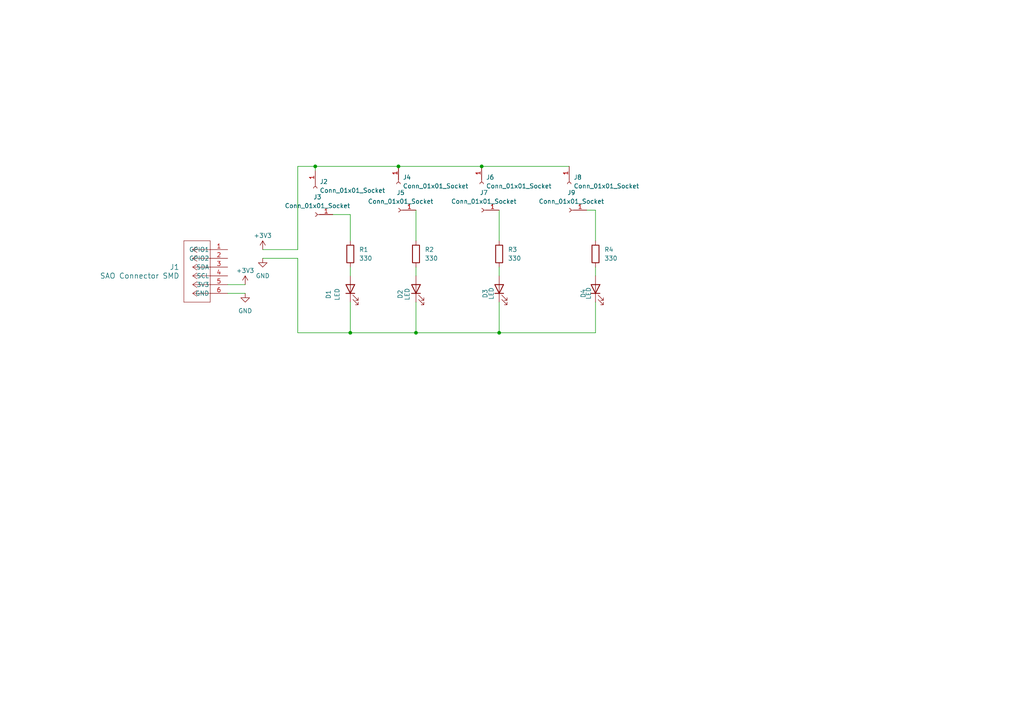
<source format=kicad_sch>
(kicad_sch
	(version 20231120)
	(generator "eeschema")
	(generator_version "8.0")
	(uuid "064ccef9-a1e3-4357-a9e0-4c8e3111dbb8")
	(paper "A4")
	(lib_symbols
		(symbol "Connector:Conn_01x01_Socket"
			(pin_names
				(offset 1.016) hide)
			(exclude_from_sim no)
			(in_bom yes)
			(on_board yes)
			(property "Reference" "J"
				(at 0 2.54 0)
				(effects
					(font
						(size 1.27 1.27)
					)
				)
			)
			(property "Value" "Conn_01x01_Socket"
				(at 0 -2.54 0)
				(effects
					(font
						(size 1.27 1.27)
					)
				)
			)
			(property "Footprint" ""
				(at 0 0 0)
				(effects
					(font
						(size 1.27 1.27)
					)
					(hide yes)
				)
			)
			(property "Datasheet" "~"
				(at 0 0 0)
				(effects
					(font
						(size 1.27 1.27)
					)
					(hide yes)
				)
			)
			(property "Description" "Generic connector, single row, 01x01, script generated"
				(at 0 0 0)
				(effects
					(font
						(size 1.27 1.27)
					)
					(hide yes)
				)
			)
			(property "ki_locked" ""
				(at 0 0 0)
				(effects
					(font
						(size 1.27 1.27)
					)
				)
			)
			(property "ki_keywords" "connector"
				(at 0 0 0)
				(effects
					(font
						(size 1.27 1.27)
					)
					(hide yes)
				)
			)
			(property "ki_fp_filters" "Connector*:*_1x??_*"
				(at 0 0 0)
				(effects
					(font
						(size 1.27 1.27)
					)
					(hide yes)
				)
			)
			(symbol "Conn_01x01_Socket_1_1"
				(polyline
					(pts
						(xy -1.27 0) (xy -0.508 0)
					)
					(stroke
						(width 0.1524)
						(type default)
					)
					(fill
						(type none)
					)
				)
				(arc
					(start 0 0.508)
					(mid -0.5058 0)
					(end 0 -0.508)
					(stroke
						(width 0.1524)
						(type default)
					)
					(fill
						(type none)
					)
				)
				(pin passive line
					(at -5.08 0 0)
					(length 3.81)
					(name "Pin_1"
						(effects
							(font
								(size 1.27 1.27)
							)
						)
					)
					(number "1"
						(effects
							(font
								(size 1.27 1.27)
							)
						)
					)
				)
			)
		)
		(symbol "Device:LED"
			(pin_numbers hide)
			(pin_names
				(offset 1.016) hide)
			(exclude_from_sim no)
			(in_bom yes)
			(on_board yes)
			(property "Reference" "D"
				(at 0 2.54 0)
				(effects
					(font
						(size 1.27 1.27)
					)
				)
			)
			(property "Value" "LED"
				(at 0 -2.54 0)
				(effects
					(font
						(size 1.27 1.27)
					)
				)
			)
			(property "Footprint" ""
				(at 0 0 0)
				(effects
					(font
						(size 1.27 1.27)
					)
					(hide yes)
				)
			)
			(property "Datasheet" "~"
				(at 0 0 0)
				(effects
					(font
						(size 1.27 1.27)
					)
					(hide yes)
				)
			)
			(property "Description" "Light emitting diode"
				(at 0 0 0)
				(effects
					(font
						(size 1.27 1.27)
					)
					(hide yes)
				)
			)
			(property "ki_keywords" "LED diode"
				(at 0 0 0)
				(effects
					(font
						(size 1.27 1.27)
					)
					(hide yes)
				)
			)
			(property "ki_fp_filters" "LED* LED_SMD:* LED_THT:*"
				(at 0 0 0)
				(effects
					(font
						(size 1.27 1.27)
					)
					(hide yes)
				)
			)
			(symbol "LED_0_1"
				(polyline
					(pts
						(xy -1.27 -1.27) (xy -1.27 1.27)
					)
					(stroke
						(width 0.254)
						(type default)
					)
					(fill
						(type none)
					)
				)
				(polyline
					(pts
						(xy -1.27 0) (xy 1.27 0)
					)
					(stroke
						(width 0)
						(type default)
					)
					(fill
						(type none)
					)
				)
				(polyline
					(pts
						(xy 1.27 -1.27) (xy 1.27 1.27) (xy -1.27 0) (xy 1.27 -1.27)
					)
					(stroke
						(width 0.254)
						(type default)
					)
					(fill
						(type none)
					)
				)
				(polyline
					(pts
						(xy -3.048 -0.762) (xy -4.572 -2.286) (xy -3.81 -2.286) (xy -4.572 -2.286) (xy -4.572 -1.524)
					)
					(stroke
						(width 0)
						(type default)
					)
					(fill
						(type none)
					)
				)
				(polyline
					(pts
						(xy -1.778 -0.762) (xy -3.302 -2.286) (xy -2.54 -2.286) (xy -3.302 -2.286) (xy -3.302 -1.524)
					)
					(stroke
						(width 0)
						(type default)
					)
					(fill
						(type none)
					)
				)
			)
			(symbol "LED_1_1"
				(pin passive line
					(at -3.81 0 0)
					(length 2.54)
					(name "K"
						(effects
							(font
								(size 1.27 1.27)
							)
						)
					)
					(number "1"
						(effects
							(font
								(size 1.27 1.27)
							)
						)
					)
				)
				(pin passive line
					(at 3.81 0 180)
					(length 2.54)
					(name "A"
						(effects
							(font
								(size 1.27 1.27)
							)
						)
					)
					(number "2"
						(effects
							(font
								(size 1.27 1.27)
							)
						)
					)
				)
			)
		)
		(symbol "Device:R"
			(pin_numbers hide)
			(pin_names
				(offset 0)
			)
			(exclude_from_sim no)
			(in_bom yes)
			(on_board yes)
			(property "Reference" "R"
				(at 2.032 0 90)
				(effects
					(font
						(size 1.27 1.27)
					)
				)
			)
			(property "Value" "R"
				(at 0 0 90)
				(effects
					(font
						(size 1.27 1.27)
					)
				)
			)
			(property "Footprint" ""
				(at -1.778 0 90)
				(effects
					(font
						(size 1.27 1.27)
					)
					(hide yes)
				)
			)
			(property "Datasheet" "~"
				(at 0 0 0)
				(effects
					(font
						(size 1.27 1.27)
					)
					(hide yes)
				)
			)
			(property "Description" "Resistor"
				(at 0 0 0)
				(effects
					(font
						(size 1.27 1.27)
					)
					(hide yes)
				)
			)
			(property "ki_keywords" "R res resistor"
				(at 0 0 0)
				(effects
					(font
						(size 1.27 1.27)
					)
					(hide yes)
				)
			)
			(property "ki_fp_filters" "R_*"
				(at 0 0 0)
				(effects
					(font
						(size 1.27 1.27)
					)
					(hide yes)
				)
			)
			(symbol "R_0_1"
				(rectangle
					(start -1.016 -2.54)
					(end 1.016 2.54)
					(stroke
						(width 0.254)
						(type default)
					)
					(fill
						(type none)
					)
				)
			)
			(symbol "R_1_1"
				(pin passive line
					(at 0 3.81 270)
					(length 1.27)
					(name "~"
						(effects
							(font
								(size 1.27 1.27)
							)
						)
					)
					(number "1"
						(effects
							(font
								(size 1.27 1.27)
							)
						)
					)
				)
				(pin passive line
					(at 0 -3.81 90)
					(length 1.27)
					(name "~"
						(effects
							(font
								(size 1.27 1.27)
							)
						)
					)
					(number "2"
						(effects
							(font
								(size 1.27 1.27)
							)
						)
					)
				)
			)
		)
		(symbol "SAO Connector SMD:SAO Connector SMD"
			(pin_names
				(offset 0.254)
			)
			(exclude_from_sim no)
			(in_bom yes)
			(on_board yes)
			(property "Reference" "J"
				(at 8.89 6.35 0)
				(effects
					(font
						(size 1.524 1.524)
					)
				)
			)
			(property "Value" "SAO Connector SMD"
				(at 0 0 0)
				(effects
					(font
						(size 1.524 1.524)
					)
				)
			)
			(property "Footprint" "components:SAO Connector SMD"
				(at 0 0 0)
				(effects
					(font
						(size 1.27 1.27)
						(italic yes)
					)
					(hide yes)
				)
			)
			(property "Datasheet" "M20-8760342"
				(at 0 0 0)
				(effects
					(font
						(size 1.27 1.27)
						(italic yes)
					)
					(hide yes)
				)
			)
			(property "Description" ""
				(at 0 0 0)
				(effects
					(font
						(size 1.27 1.27)
					)
					(hide yes)
				)
			)
			(property "ki_keywords" "M20-8760342"
				(at 0 0 0)
				(effects
					(font
						(size 1.27 1.27)
					)
					(hide yes)
				)
			)
			(property "ki_fp_filters" "CONN6_M20-8760342_HRW"
				(at 0 0 0)
				(effects
					(font
						(size 1.27 1.27)
					)
					(hide yes)
				)
			)
			(symbol "SAO Connector SMD_1_1"
				(polyline
					(pts
						(xy 5.08 -15.24) (xy 12.7 -15.24)
					)
					(stroke
						(width 0.127)
						(type default)
					)
					(fill
						(type none)
					)
				)
				(polyline
					(pts
						(xy 5.08 2.54) (xy 5.08 -15.24)
					)
					(stroke
						(width 0.127)
						(type default)
					)
					(fill
						(type none)
					)
				)
				(polyline
					(pts
						(xy 10.16 -12.7) (xy 5.08 -12.7)
					)
					(stroke
						(width 0.127)
						(type default)
					)
					(fill
						(type none)
					)
				)
				(polyline
					(pts
						(xy 10.16 -12.7) (xy 8.89 -13.5467)
					)
					(stroke
						(width 0.127)
						(type default)
					)
					(fill
						(type none)
					)
				)
				(polyline
					(pts
						(xy 10.16 -12.7) (xy 8.89 -11.8533)
					)
					(stroke
						(width 0.127)
						(type default)
					)
					(fill
						(type none)
					)
				)
				(polyline
					(pts
						(xy 10.16 -10.16) (xy 5.08 -10.16)
					)
					(stroke
						(width 0.127)
						(type default)
					)
					(fill
						(type none)
					)
				)
				(polyline
					(pts
						(xy 10.16 -10.16) (xy 8.89 -11.0067)
					)
					(stroke
						(width 0.127)
						(type default)
					)
					(fill
						(type none)
					)
				)
				(polyline
					(pts
						(xy 10.16 -10.16) (xy 8.89 -9.3133)
					)
					(stroke
						(width 0.127)
						(type default)
					)
					(fill
						(type none)
					)
				)
				(polyline
					(pts
						(xy 10.16 -7.62) (xy 5.08 -7.62)
					)
					(stroke
						(width 0.127)
						(type default)
					)
					(fill
						(type none)
					)
				)
				(polyline
					(pts
						(xy 10.16 -7.62) (xy 8.89 -8.4667)
					)
					(stroke
						(width 0.127)
						(type default)
					)
					(fill
						(type none)
					)
				)
				(polyline
					(pts
						(xy 10.16 -7.62) (xy 8.89 -6.7733)
					)
					(stroke
						(width 0.127)
						(type default)
					)
					(fill
						(type none)
					)
				)
				(polyline
					(pts
						(xy 10.16 -5.08) (xy 5.08 -5.08)
					)
					(stroke
						(width 0.127)
						(type default)
					)
					(fill
						(type none)
					)
				)
				(polyline
					(pts
						(xy 10.16 -5.08) (xy 8.89 -5.9267)
					)
					(stroke
						(width 0.127)
						(type default)
					)
					(fill
						(type none)
					)
				)
				(polyline
					(pts
						(xy 10.16 -5.08) (xy 8.89 -4.2333)
					)
					(stroke
						(width 0.127)
						(type default)
					)
					(fill
						(type none)
					)
				)
				(polyline
					(pts
						(xy 10.16 -2.54) (xy 5.08 -2.54)
					)
					(stroke
						(width 0.127)
						(type default)
					)
					(fill
						(type none)
					)
				)
				(polyline
					(pts
						(xy 10.16 -2.54) (xy 8.89 -3.3867)
					)
					(stroke
						(width 0.127)
						(type default)
					)
					(fill
						(type none)
					)
				)
				(polyline
					(pts
						(xy 10.16 -2.54) (xy 8.89 -1.6933)
					)
					(stroke
						(width 0.127)
						(type default)
					)
					(fill
						(type none)
					)
				)
				(polyline
					(pts
						(xy 10.16 0) (xy 5.08 0)
					)
					(stroke
						(width 0.127)
						(type default)
					)
					(fill
						(type none)
					)
				)
				(polyline
					(pts
						(xy 10.16 0) (xy 8.89 -0.8467)
					)
					(stroke
						(width 0.127)
						(type default)
					)
					(fill
						(type none)
					)
				)
				(polyline
					(pts
						(xy 10.16 0) (xy 8.89 0.8467)
					)
					(stroke
						(width 0.127)
						(type default)
					)
					(fill
						(type none)
					)
				)
				(polyline
					(pts
						(xy 12.7 -15.24) (xy 12.7 2.54)
					)
					(stroke
						(width 0.127)
						(type default)
					)
					(fill
						(type none)
					)
				)
				(polyline
					(pts
						(xy 12.7 2.54) (xy 5.08 2.54)
					)
					(stroke
						(width 0.127)
						(type default)
					)
					(fill
						(type none)
					)
				)
				(pin unspecified line
					(at 0 0 0)
					(length 5.08)
					(name "GPIO1"
						(effects
							(font
								(size 1.27 1.27)
							)
						)
					)
					(number "1"
						(effects
							(font
								(size 1.27 1.27)
							)
						)
					)
				)
				(pin unspecified line
					(at 0 -2.54 0)
					(length 5.08)
					(name "GPIO2"
						(effects
							(font
								(size 1.27 1.27)
							)
						)
					)
					(number "2"
						(effects
							(font
								(size 1.27 1.27)
							)
						)
					)
				)
				(pin unspecified line
					(at 0 -5.08 0)
					(length 5.08)
					(name "SDA"
						(effects
							(font
								(size 1.27 1.27)
							)
						)
					)
					(number "3"
						(effects
							(font
								(size 1.27 1.27)
							)
						)
					)
				)
				(pin unspecified line
					(at 0 -7.62 0)
					(length 5.08)
					(name "SCL"
						(effects
							(font
								(size 1.27 1.27)
							)
						)
					)
					(number "4"
						(effects
							(font
								(size 1.27 1.27)
							)
						)
					)
				)
				(pin unspecified line
					(at 0 -10.16 0)
					(length 5.08)
					(name "3V3"
						(effects
							(font
								(size 1.27 1.27)
							)
						)
					)
					(number "5"
						(effects
							(font
								(size 1.27 1.27)
							)
						)
					)
				)
				(pin unspecified line
					(at 0 -12.7 0)
					(length 5.08)
					(name "GND"
						(effects
							(font
								(size 1.27 1.27)
							)
						)
					)
					(number "6"
						(effects
							(font
								(size 1.27 1.27)
							)
						)
					)
				)
			)
			(symbol "SAO Connector SMD_1_2"
				(polyline
					(pts
						(xy 5.08 -15.24) (xy 12.7 -15.24)
					)
					(stroke
						(width 0.127)
						(type default)
					)
					(fill
						(type none)
					)
				)
				(polyline
					(pts
						(xy 5.08 2.54) (xy 5.08 -15.24)
					)
					(stroke
						(width 0.127)
						(type default)
					)
					(fill
						(type none)
					)
				)
				(polyline
					(pts
						(xy 7.62 -12.7) (xy 5.08 -12.7)
					)
					(stroke
						(width 0.127)
						(type default)
					)
					(fill
						(type none)
					)
				)
				(polyline
					(pts
						(xy 7.62 -12.7) (xy 8.89 -13.5467)
					)
					(stroke
						(width 0.127)
						(type default)
					)
					(fill
						(type none)
					)
				)
				(polyline
					(pts
						(xy 7.62 -12.7) (xy 8.89 -11.8533)
					)
					(stroke
						(width 0.127)
						(type default)
					)
					(fill
						(type none)
					)
				)
				(polyline
					(pts
						(xy 7.62 -10.16) (xy 5.08 -10.16)
					)
					(stroke
						(width 0.127)
						(type default)
					)
					(fill
						(type none)
					)
				)
				(polyline
					(pts
						(xy 7.62 -10.16) (xy 8.89 -11.0067)
					)
					(stroke
						(width 0.127)
						(type default)
					)
					(fill
						(type none)
					)
				)
				(polyline
					(pts
						(xy 7.62 -10.16) (xy 8.89 -9.3133)
					)
					(stroke
						(width 0.127)
						(type default)
					)
					(fill
						(type none)
					)
				)
				(polyline
					(pts
						(xy 7.62 -7.62) (xy 5.08 -7.62)
					)
					(stroke
						(width 0.127)
						(type default)
					)
					(fill
						(type none)
					)
				)
				(polyline
					(pts
						(xy 7.62 -7.62) (xy 8.89 -8.4667)
					)
					(stroke
						(width 0.127)
						(type default)
					)
					(fill
						(type none)
					)
				)
				(polyline
					(pts
						(xy 7.62 -7.62) (xy 8.89 -6.7733)
					)
					(stroke
						(width 0.127)
						(type default)
					)
					(fill
						(type none)
					)
				)
				(polyline
					(pts
						(xy 7.62 -5.08) (xy 5.08 -5.08)
					)
					(stroke
						(width 0.127)
						(type default)
					)
					(fill
						(type none)
					)
				)
				(polyline
					(pts
						(xy 7.62 -5.08) (xy 8.89 -5.9267)
					)
					(stroke
						(width 0.127)
						(type default)
					)
					(fill
						(type none)
					)
				)
				(polyline
					(pts
						(xy 7.62 -5.08) (xy 8.89 -4.2333)
					)
					(stroke
						(width 0.127)
						(type default)
					)
					(fill
						(type none)
					)
				)
				(polyline
					(pts
						(xy 7.62 -2.54) (xy 5.08 -2.54)
					)
					(stroke
						(width 0.127)
						(type default)
					)
					(fill
						(type none)
					)
				)
				(polyline
					(pts
						(xy 7.62 -2.54) (xy 8.89 -3.3867)
					)
					(stroke
						(width 0.127)
						(type default)
					)
					(fill
						(type none)
					)
				)
				(polyline
					(pts
						(xy 7.62 -2.54) (xy 8.89 -1.6933)
					)
					(stroke
						(width 0.127)
						(type default)
					)
					(fill
						(type none)
					)
				)
				(polyline
					(pts
						(xy 7.62 0) (xy 5.08 0)
					)
					(stroke
						(width 0.127)
						(type default)
					)
					(fill
						(type none)
					)
				)
				(polyline
					(pts
						(xy 7.62 0) (xy 8.89 -0.8467)
					)
					(stroke
						(width 0.127)
						(type default)
					)
					(fill
						(type none)
					)
				)
				(polyline
					(pts
						(xy 7.62 0) (xy 8.89 0.8467)
					)
					(stroke
						(width 0.127)
						(type default)
					)
					(fill
						(type none)
					)
				)
				(polyline
					(pts
						(xy 12.7 -15.24) (xy 12.7 2.54)
					)
					(stroke
						(width 0.127)
						(type default)
					)
					(fill
						(type none)
					)
				)
				(polyline
					(pts
						(xy 12.7 2.54) (xy 5.08 2.54)
					)
					(stroke
						(width 0.127)
						(type default)
					)
					(fill
						(type none)
					)
				)
				(pin unspecified line
					(at 0 0 0)
					(length 5.08)
					(name "1"
						(effects
							(font
								(size 1.27 1.27)
							)
						)
					)
					(number "1"
						(effects
							(font
								(size 1.27 1.27)
							)
						)
					)
				)
				(pin unspecified line
					(at 0 -2.54 0)
					(length 5.08)
					(name "2"
						(effects
							(font
								(size 1.27 1.27)
							)
						)
					)
					(number "2"
						(effects
							(font
								(size 1.27 1.27)
							)
						)
					)
				)
				(pin unspecified line
					(at 0 -5.08 0)
					(length 5.08)
					(name "3"
						(effects
							(font
								(size 1.27 1.27)
							)
						)
					)
					(number "3"
						(effects
							(font
								(size 1.27 1.27)
							)
						)
					)
				)
				(pin unspecified line
					(at 0 -7.62 0)
					(length 5.08)
					(name "4"
						(effects
							(font
								(size 1.27 1.27)
							)
						)
					)
					(number "4"
						(effects
							(font
								(size 1.27 1.27)
							)
						)
					)
				)
				(pin unspecified line
					(at 0 -10.16 0)
					(length 5.08)
					(name "5"
						(effects
							(font
								(size 1.27 1.27)
							)
						)
					)
					(number "5"
						(effects
							(font
								(size 1.27 1.27)
							)
						)
					)
				)
				(pin unspecified line
					(at 0 -12.7 0)
					(length 5.08)
					(name "6"
						(effects
							(font
								(size 1.27 1.27)
							)
						)
					)
					(number "6"
						(effects
							(font
								(size 1.27 1.27)
							)
						)
					)
				)
			)
		)
		(symbol "power:+3V3"
			(power)
			(pin_numbers hide)
			(pin_names
				(offset 0) hide)
			(exclude_from_sim no)
			(in_bom yes)
			(on_board yes)
			(property "Reference" "#PWR"
				(at 0 -3.81 0)
				(effects
					(font
						(size 1.27 1.27)
					)
					(hide yes)
				)
			)
			(property "Value" "+3V3"
				(at 0 3.556 0)
				(effects
					(font
						(size 1.27 1.27)
					)
				)
			)
			(property "Footprint" ""
				(at 0 0 0)
				(effects
					(font
						(size 1.27 1.27)
					)
					(hide yes)
				)
			)
			(property "Datasheet" ""
				(at 0 0 0)
				(effects
					(font
						(size 1.27 1.27)
					)
					(hide yes)
				)
			)
			(property "Description" "Power symbol creates a global label with name \"+3V3\""
				(at 0 0 0)
				(effects
					(font
						(size 1.27 1.27)
					)
					(hide yes)
				)
			)
			(property "ki_keywords" "global power"
				(at 0 0 0)
				(effects
					(font
						(size 1.27 1.27)
					)
					(hide yes)
				)
			)
			(symbol "+3V3_0_1"
				(polyline
					(pts
						(xy -0.762 1.27) (xy 0 2.54)
					)
					(stroke
						(width 0)
						(type default)
					)
					(fill
						(type none)
					)
				)
				(polyline
					(pts
						(xy 0 0) (xy 0 2.54)
					)
					(stroke
						(width 0)
						(type default)
					)
					(fill
						(type none)
					)
				)
				(polyline
					(pts
						(xy 0 2.54) (xy 0.762 1.27)
					)
					(stroke
						(width 0)
						(type default)
					)
					(fill
						(type none)
					)
				)
			)
			(symbol "+3V3_1_1"
				(pin power_in line
					(at 0 0 90)
					(length 0)
					(name "~"
						(effects
							(font
								(size 1.27 1.27)
							)
						)
					)
					(number "1"
						(effects
							(font
								(size 1.27 1.27)
							)
						)
					)
				)
			)
		)
		(symbol "power:GND"
			(power)
			(pin_numbers hide)
			(pin_names
				(offset 0) hide)
			(exclude_from_sim no)
			(in_bom yes)
			(on_board yes)
			(property "Reference" "#PWR"
				(at 0 -6.35 0)
				(effects
					(font
						(size 1.27 1.27)
					)
					(hide yes)
				)
			)
			(property "Value" "GND"
				(at 0 -3.81 0)
				(effects
					(font
						(size 1.27 1.27)
					)
				)
			)
			(property "Footprint" ""
				(at 0 0 0)
				(effects
					(font
						(size 1.27 1.27)
					)
					(hide yes)
				)
			)
			(property "Datasheet" ""
				(at 0 0 0)
				(effects
					(font
						(size 1.27 1.27)
					)
					(hide yes)
				)
			)
			(property "Description" "Power symbol creates a global label with name \"GND\" , ground"
				(at 0 0 0)
				(effects
					(font
						(size 1.27 1.27)
					)
					(hide yes)
				)
			)
			(property "ki_keywords" "global power"
				(at 0 0 0)
				(effects
					(font
						(size 1.27 1.27)
					)
					(hide yes)
				)
			)
			(symbol "GND_0_1"
				(polyline
					(pts
						(xy 0 0) (xy 0 -1.27) (xy 1.27 -1.27) (xy 0 -2.54) (xy -1.27 -1.27) (xy 0 -1.27)
					)
					(stroke
						(width 0)
						(type default)
					)
					(fill
						(type none)
					)
				)
			)
			(symbol "GND_1_1"
				(pin power_in line
					(at 0 0 270)
					(length 0)
					(name "~"
						(effects
							(font
								(size 1.27 1.27)
							)
						)
					)
					(number "1"
						(effects
							(font
								(size 1.27 1.27)
							)
						)
					)
				)
			)
		)
	)
	(junction
		(at 139.7 48.26)
		(diameter 0)
		(color 0 0 0 0)
		(uuid "2d42970c-b42e-496b-8e0c-76c97142a2ee")
	)
	(junction
		(at 101.6 96.52)
		(diameter 0)
		(color 0 0 0 0)
		(uuid "2fb5fba9-72de-4d50-85a6-fca080a95381")
	)
	(junction
		(at 115.57 48.26)
		(diameter 0)
		(color 0 0 0 0)
		(uuid "6247426f-978e-410f-9102-b540d2955ed7")
	)
	(junction
		(at 120.65 96.52)
		(diameter 0)
		(color 0 0 0 0)
		(uuid "95b4129b-cbe9-4b1b-ad0b-f9cdb30d983c")
	)
	(junction
		(at 91.44 48.26)
		(diameter 0)
		(color 0 0 0 0)
		(uuid "aa5fea44-ae48-4ea4-8c48-82fd1e1ae4b3")
	)
	(junction
		(at 144.78 96.52)
		(diameter 0)
		(color 0 0 0 0)
		(uuid "b0595a2d-a1a2-4c5a-89cd-b2e5d0b5ec67")
	)
	(wire
		(pts
			(xy 172.72 96.52) (xy 144.78 96.52)
		)
		(stroke
			(width 0)
			(type default)
		)
		(uuid "12615b93-cca3-43d3-8b5a-602f5434f270")
	)
	(wire
		(pts
			(xy 172.72 60.96) (xy 172.72 69.85)
		)
		(stroke
			(width 0)
			(type default)
		)
		(uuid "1524159b-72ad-4be3-826a-c09f97874572")
	)
	(wire
		(pts
			(xy 170.18 60.96) (xy 172.72 60.96)
		)
		(stroke
			(width 0)
			(type default)
		)
		(uuid "1ab97bef-ccdd-4e27-909a-7e6391849e27")
	)
	(wire
		(pts
			(xy 86.36 74.93) (xy 76.2 74.93)
		)
		(stroke
			(width 0)
			(type default)
		)
		(uuid "1c37a7b1-2334-4439-9ceb-73fc97c16fa3")
	)
	(wire
		(pts
			(xy 120.65 60.96) (xy 120.65 69.85)
		)
		(stroke
			(width 0)
			(type default)
		)
		(uuid "1f5953be-09c5-4fad-927b-d05271ffde10")
	)
	(wire
		(pts
			(xy 101.6 96.52) (xy 86.36 96.52)
		)
		(stroke
			(width 0)
			(type default)
		)
		(uuid "2c9c9d44-9b7f-497f-b43a-2336c0ce970f")
	)
	(wire
		(pts
			(xy 120.65 96.52) (xy 101.6 96.52)
		)
		(stroke
			(width 0)
			(type default)
		)
		(uuid "3b440e91-8e45-4bb1-9aee-856e40fcd08c")
	)
	(wire
		(pts
			(xy 120.65 87.63) (xy 120.65 96.52)
		)
		(stroke
			(width 0)
			(type default)
		)
		(uuid "526a1d17-4f57-47cf-8f4e-4d06e3fb5b2c")
	)
	(wire
		(pts
			(xy 172.72 87.63) (xy 172.72 96.52)
		)
		(stroke
			(width 0)
			(type default)
		)
		(uuid "546c1d26-1f92-4be7-8201-f811d1943e06")
	)
	(wire
		(pts
			(xy 91.44 48.26) (xy 91.44 49.53)
		)
		(stroke
			(width 0)
			(type default)
		)
		(uuid "5aadc85b-b21c-4221-9bb8-1276bba11689")
	)
	(wire
		(pts
			(xy 115.57 48.26) (xy 139.7 48.26)
		)
		(stroke
			(width 0)
			(type default)
		)
		(uuid "621537d6-f3c2-47b4-906c-dc83d07d6811")
	)
	(wire
		(pts
			(xy 86.36 72.39) (xy 86.36 48.26)
		)
		(stroke
			(width 0)
			(type default)
		)
		(uuid "63c1e0af-b9f3-4299-988d-ff61a0447fcf")
	)
	(wire
		(pts
			(xy 101.6 69.85) (xy 101.6 62.23)
		)
		(stroke
			(width 0)
			(type default)
		)
		(uuid "6d0acbd0-ab3d-46d5-bf6d-515dabd31c64")
	)
	(wire
		(pts
			(xy 172.72 77.47) (xy 172.72 80.01)
		)
		(stroke
			(width 0)
			(type default)
		)
		(uuid "7b2b4f45-178b-49ce-aaf8-755e72a16b91")
	)
	(wire
		(pts
			(xy 120.65 96.52) (xy 144.78 96.52)
		)
		(stroke
			(width 0)
			(type default)
		)
		(uuid "7cd64eb1-a58d-4504-8a18-332937b8f357")
	)
	(wire
		(pts
			(xy 120.65 77.47) (xy 120.65 80.01)
		)
		(stroke
			(width 0)
			(type default)
		)
		(uuid "85ec3f4d-90e2-4cb3-937f-c5f286760b43")
	)
	(wire
		(pts
			(xy 71.12 85.09) (xy 66.04 85.09)
		)
		(stroke
			(width 0)
			(type default)
		)
		(uuid "8c4b9863-0081-4edc-a298-a8b7040e2c50")
	)
	(wire
		(pts
			(xy 101.6 87.63) (xy 101.6 96.52)
		)
		(stroke
			(width 0)
			(type default)
		)
		(uuid "9a543268-7df2-480a-a17c-3b8da335a22a")
	)
	(wire
		(pts
			(xy 144.78 77.47) (xy 144.78 80.01)
		)
		(stroke
			(width 0)
			(type default)
		)
		(uuid "a6372326-ce4b-4fb8-896f-6c37698555b9")
	)
	(wire
		(pts
			(xy 76.2 72.39) (xy 86.36 72.39)
		)
		(stroke
			(width 0)
			(type default)
		)
		(uuid "a6cb92ad-1534-48f5-b7d9-c9e22465ed83")
	)
	(wire
		(pts
			(xy 144.78 60.96) (xy 144.78 69.85)
		)
		(stroke
			(width 0)
			(type default)
		)
		(uuid "ac892028-3de0-428c-a5cb-985871955e2f")
	)
	(wire
		(pts
			(xy 101.6 62.23) (xy 96.52 62.23)
		)
		(stroke
			(width 0)
			(type default)
		)
		(uuid "b51b4f96-e9d0-4cc3-a672-a5875d8d8a80")
	)
	(wire
		(pts
			(xy 66.04 82.55) (xy 71.12 82.55)
		)
		(stroke
			(width 0)
			(type default)
		)
		(uuid "d0da7453-9fd5-47cc-8ddd-727b82dbcd6e")
	)
	(wire
		(pts
			(xy 86.36 48.26) (xy 91.44 48.26)
		)
		(stroke
			(width 0)
			(type default)
		)
		(uuid "db01dcb6-7f88-491f-a2e7-b8760c96d48d")
	)
	(wire
		(pts
			(xy 144.78 87.63) (xy 144.78 96.52)
		)
		(stroke
			(width 0)
			(type default)
		)
		(uuid "db83abff-1bbd-4132-9ac9-68b86d8df3e2")
	)
	(wire
		(pts
			(xy 91.44 48.26) (xy 115.57 48.26)
		)
		(stroke
			(width 0)
			(type default)
		)
		(uuid "e88cf45b-32ae-4d6a-a49a-1617a40611e3")
	)
	(wire
		(pts
			(xy 139.7 48.26) (xy 165.1 48.26)
		)
		(stroke
			(width 0)
			(type default)
		)
		(uuid "ecf0ecc9-d61a-44c1-a8a0-f46ece971ad4")
	)
	(wire
		(pts
			(xy 101.6 77.47) (xy 101.6 80.01)
		)
		(stroke
			(width 0)
			(type default)
		)
		(uuid "f3bc29fc-4d90-49cf-8b07-6427b9830a2e")
	)
	(wire
		(pts
			(xy 86.36 96.52) (xy 86.36 74.93)
		)
		(stroke
			(width 0)
			(type default)
		)
		(uuid "f8bc5864-6139-4dab-be60-0955b191e43b")
	)
	(symbol
		(lib_id "power:GND")
		(at 76.2 74.93 0)
		(unit 1)
		(exclude_from_sim no)
		(in_bom yes)
		(on_board yes)
		(dnp no)
		(fields_autoplaced yes)
		(uuid "0560029e-008a-4687-b62d-1e37a6e1cd64")
		(property "Reference" "#PWR04"
			(at 76.2 81.28 0)
			(effects
				(font
					(size 1.27 1.27)
				)
				(hide yes)
			)
		)
		(property "Value" "GND"
			(at 76.2 80.01 0)
			(effects
				(font
					(size 1.27 1.27)
				)
			)
		)
		(property "Footprint" ""
			(at 76.2 74.93 0)
			(effects
				(font
					(size 1.27 1.27)
				)
				(hide yes)
			)
		)
		(property "Datasheet" ""
			(at 76.2 74.93 0)
			(effects
				(font
					(size 1.27 1.27)
				)
				(hide yes)
			)
		)
		(property "Description" "Power symbol creates a global label with name \"GND\" , ground"
			(at 76.2 74.93 0)
			(effects
				(font
					(size 1.27 1.27)
				)
				(hide yes)
			)
		)
		(pin "1"
			(uuid "4a6549b1-845b-4a3d-a51d-7e28ba71b1e5")
		)
		(instances
			(project "Sao_Bomb"
				(path "/064ccef9-a1e3-4357-a9e0-4c8e3111dbb8"
					(reference "#PWR04")
					(unit 1)
				)
			)
		)
	)
	(symbol
		(lib_id "Device:LED")
		(at 172.72 83.82 90)
		(unit 1)
		(exclude_from_sim no)
		(in_bom yes)
		(on_board yes)
		(dnp no)
		(uuid "11a78dd7-af5e-4126-887f-0257506051b8")
		(property "Reference" "D4"
			(at 169.164 85.09 0)
			(effects
				(font
					(size 1.27 1.27)
				)
			)
		)
		(property "Value" "LED"
			(at 170.688 85.09 0)
			(effects
				(font
					(size 1.27 1.27)
				)
			)
		)
		(property "Footprint" "LED_SMD:LED_1206_3216Metric_Pad1.42x1.75mm_HandSolder"
			(at 172.72 83.82 0)
			(effects
				(font
					(size 1.27 1.27)
				)
				(hide yes)
			)
		)
		(property "Datasheet" "~"
			(at 172.72 83.82 0)
			(effects
				(font
					(size 1.27 1.27)
				)
				(hide yes)
			)
		)
		(property "Description" "Light emitting diode"
			(at 172.72 83.82 0)
			(effects
				(font
					(size 1.27 1.27)
				)
				(hide yes)
			)
		)
		(pin "1"
			(uuid "da9643fc-55e3-4c4d-946e-ce97cfcc7ca5")
		)
		(pin "2"
			(uuid "fa689371-5603-4b6e-a008-3427d09137a6")
		)
		(instances
			(project ""
				(path "/064ccef9-a1e3-4357-a9e0-4c8e3111dbb8"
					(reference "D4")
					(unit 1)
				)
			)
		)
	)
	(symbol
		(lib_id "Device:R")
		(at 172.72 73.66 0)
		(unit 1)
		(exclude_from_sim no)
		(in_bom yes)
		(on_board yes)
		(dnp no)
		(fields_autoplaced yes)
		(uuid "14e3a74e-8854-4e83-8f66-e257d33a02b0")
		(property "Reference" "R4"
			(at 175.26 72.3899 0)
			(effects
				(font
					(size 1.27 1.27)
				)
				(justify left)
			)
		)
		(property "Value" "330"
			(at 175.26 74.9299 0)
			(effects
				(font
					(size 1.27 1.27)
				)
				(justify left)
			)
		)
		(property "Footprint" "Resistor_SMD:R_1206_3216Metric_Pad1.30x1.75mm_HandSolder"
			(at 170.942 73.66 90)
			(effects
				(font
					(size 1.27 1.27)
				)
				(hide yes)
			)
		)
		(property "Datasheet" "~"
			(at 172.72 73.66 0)
			(effects
				(font
					(size 1.27 1.27)
				)
				(hide yes)
			)
		)
		(property "Description" "Resistor"
			(at 172.72 73.66 0)
			(effects
				(font
					(size 1.27 1.27)
				)
				(hide yes)
			)
		)
		(pin "1"
			(uuid "68688e36-0868-4373-98b5-a89977e6220e")
		)
		(pin "2"
			(uuid "7f14a2b4-931e-47da-8d36-1d41c3bd27be")
		)
		(instances
			(project ""
				(path "/064ccef9-a1e3-4357-a9e0-4c8e3111dbb8"
					(reference "R4")
					(unit 1)
				)
			)
		)
	)
	(symbol
		(lib_id "Connector:Conn_01x01_Socket")
		(at 165.1 60.96 180)
		(unit 1)
		(exclude_from_sim no)
		(in_bom yes)
		(on_board yes)
		(dnp no)
		(fields_autoplaced yes)
		(uuid "30b93291-e656-49b9-b770-24778308cfb8")
		(property "Reference" "J9"
			(at 165.735 55.88 0)
			(effects
				(font
					(size 1.27 1.27)
				)
			)
		)
		(property "Value" "Conn_01x01_Socket"
			(at 165.735 58.42 0)
			(effects
				(font
					(size 1.27 1.27)
				)
			)
		)
		(property "Footprint" "Connector_PinSocket_1.27mm:PinSocket_1x01_P1.27mm_Vertical"
			(at 165.1 60.96 0)
			(effects
				(font
					(size 1.27 1.27)
				)
				(hide yes)
			)
		)
		(property "Datasheet" "~"
			(at 165.1 60.96 0)
			(effects
				(font
					(size 1.27 1.27)
				)
				(hide yes)
			)
		)
		(property "Description" "Generic connector, single row, 01x01, script generated"
			(at 165.1 60.96 0)
			(effects
				(font
					(size 1.27 1.27)
				)
				(hide yes)
			)
		)
		(pin "1"
			(uuid "48d03aae-ca6a-41b8-857b-ee5ce23e34d1")
		)
		(instances
			(project "Sao_Bomb"
				(path "/064ccef9-a1e3-4357-a9e0-4c8e3111dbb8"
					(reference "J9")
					(unit 1)
				)
			)
		)
	)
	(symbol
		(lib_id "Device:LED")
		(at 120.65 83.82 90)
		(unit 1)
		(exclude_from_sim no)
		(in_bom yes)
		(on_board yes)
		(dnp no)
		(uuid "37cf1f7a-543d-4191-84ec-f1492b472d07")
		(property "Reference" "D2"
			(at 116.078 85.344 0)
			(effects
				(font
					(size 1.27 1.27)
				)
			)
		)
		(property "Value" "LED"
			(at 118.11 85.344 0)
			(effects
				(font
					(size 1.27 1.27)
				)
			)
		)
		(property "Footprint" "LED_SMD:LED_1206_3216Metric_Pad1.42x1.75mm_HandSolder"
			(at 120.65 83.82 0)
			(effects
				(font
					(size 1.27 1.27)
				)
				(hide yes)
			)
		)
		(property "Datasheet" "~"
			(at 120.65 83.82 0)
			(effects
				(font
					(size 1.27 1.27)
				)
				(hide yes)
			)
		)
		(property "Description" "Light emitting diode"
			(at 120.65 83.82 0)
			(effects
				(font
					(size 1.27 1.27)
				)
				(hide yes)
			)
		)
		(pin "1"
			(uuid "e22e2b97-1859-4d62-9432-9767769c1b80")
		)
		(pin "2"
			(uuid "16558cb9-7c07-481b-b35e-38b3a270bda8")
		)
		(instances
			(project ""
				(path "/064ccef9-a1e3-4357-a9e0-4c8e3111dbb8"
					(reference "D2")
					(unit 1)
				)
			)
		)
	)
	(symbol
		(lib_id "power:GND")
		(at 71.12 85.09 0)
		(unit 1)
		(exclude_from_sim no)
		(in_bom yes)
		(on_board yes)
		(dnp no)
		(fields_autoplaced yes)
		(uuid "47316f59-21b3-4a32-b479-f7c31640d525")
		(property "Reference" "#PWR02"
			(at 71.12 91.44 0)
			(effects
				(font
					(size 1.27 1.27)
				)
				(hide yes)
			)
		)
		(property "Value" "GND"
			(at 71.12 90.17 0)
			(effects
				(font
					(size 1.27 1.27)
				)
			)
		)
		(property "Footprint" ""
			(at 71.12 85.09 0)
			(effects
				(font
					(size 1.27 1.27)
				)
				(hide yes)
			)
		)
		(property "Datasheet" ""
			(at 71.12 85.09 0)
			(effects
				(font
					(size 1.27 1.27)
				)
				(hide yes)
			)
		)
		(property "Description" "Power symbol creates a global label with name \"GND\" , ground"
			(at 71.12 85.09 0)
			(effects
				(font
					(size 1.27 1.27)
				)
				(hide yes)
			)
		)
		(pin "1"
			(uuid "371c6891-1855-49d7-a8b7-edee3d85efd7")
		)
		(instances
			(project ""
				(path "/064ccef9-a1e3-4357-a9e0-4c8e3111dbb8"
					(reference "#PWR02")
					(unit 1)
				)
			)
		)
	)
	(symbol
		(lib_id "Connector:Conn_01x01_Socket")
		(at 115.57 60.96 180)
		(unit 1)
		(exclude_from_sim no)
		(in_bom yes)
		(on_board yes)
		(dnp no)
		(fields_autoplaced yes)
		(uuid "577368dd-00bf-48c3-9040-b3d2051eb34a")
		(property "Reference" "J5"
			(at 116.205 55.88 0)
			(effects
				(font
					(size 1.27 1.27)
				)
			)
		)
		(property "Value" "Conn_01x01_Socket"
			(at 116.205 58.42 0)
			(effects
				(font
					(size 1.27 1.27)
				)
			)
		)
		(property "Footprint" "Connector_PinSocket_1.27mm:PinSocket_1x01_P1.27mm_Vertical"
			(at 115.57 60.96 0)
			(effects
				(font
					(size 1.27 1.27)
				)
				(hide yes)
			)
		)
		(property "Datasheet" "~"
			(at 115.57 60.96 0)
			(effects
				(font
					(size 1.27 1.27)
				)
				(hide yes)
			)
		)
		(property "Description" "Generic connector, single row, 01x01, script generated"
			(at 115.57 60.96 0)
			(effects
				(font
					(size 1.27 1.27)
				)
				(hide yes)
			)
		)
		(pin "1"
			(uuid "43424e6b-489b-469c-a7d1-833ea720fa08")
		)
		(instances
			(project "Sao_Bomb"
				(path "/064ccef9-a1e3-4357-a9e0-4c8e3111dbb8"
					(reference "J5")
					(unit 1)
				)
			)
		)
	)
	(symbol
		(lib_id "SAO Connector SMD:SAO Connector SMD")
		(at 66.04 72.39 0)
		(mirror y)
		(unit 1)
		(exclude_from_sim no)
		(in_bom yes)
		(on_board yes)
		(dnp no)
		(uuid "6f848cf5-72aa-4a5e-8127-afd084063f43")
		(property "Reference" "J1"
			(at 52.07 77.4699 0)
			(effects
				(font
					(size 1.524 1.524)
				)
				(justify left)
			)
		)
		(property "Value" "SAO Connector SMD"
			(at 52.07 80.0099 0)
			(effects
				(font
					(size 1.524 1.524)
				)
				(justify left)
			)
		)
		(property "Footprint" "footprints:SAO Connector SMD"
			(at 66.04 72.39 0)
			(effects
				(font
					(size 1.27 1.27)
					(italic yes)
				)
				(hide yes)
			)
		)
		(property "Datasheet" "M20-8760342"
			(at 66.04 72.39 0)
			(effects
				(font
					(size 1.27 1.27)
					(italic yes)
				)
				(hide yes)
			)
		)
		(property "Description" ""
			(at 66.04 72.39 0)
			(effects
				(font
					(size 1.27 1.27)
				)
				(hide yes)
			)
		)
		(pin "4"
			(uuid "88a7e922-74b8-40c1-a730-637e5f62f7b3")
		)
		(pin "5"
			(uuid "96fe8696-b9b2-4602-b11d-51425150b40a")
		)
		(pin "6"
			(uuid "27cae76f-d135-4d2a-ba7d-6ad86805c2a1")
		)
		(pin "2"
			(uuid "2d868d98-761c-4704-aca5-426ed7524f95")
		)
		(pin "1"
			(uuid "7bf9c628-cebe-4ff8-a148-439c42990fa5")
		)
		(pin "3"
			(uuid "0218edbf-4cb4-4e52-987d-de7de8d88e48")
		)
		(instances
			(project ""
				(path "/064ccef9-a1e3-4357-a9e0-4c8e3111dbb8"
					(reference "J1")
					(unit 1)
				)
			)
		)
	)
	(symbol
		(lib_id "Connector:Conn_01x01_Socket")
		(at 165.1 53.34 270)
		(unit 1)
		(exclude_from_sim no)
		(in_bom yes)
		(on_board yes)
		(dnp no)
		(fields_autoplaced yes)
		(uuid "8f59f7e1-19d4-4b19-814c-f1931d5469ef")
		(property "Reference" "J8"
			(at 166.37 51.4349 90)
			(effects
				(font
					(size 1.27 1.27)
				)
				(justify left)
			)
		)
		(property "Value" "Conn_01x01_Socket"
			(at 166.37 53.9749 90)
			(effects
				(font
					(size 1.27 1.27)
				)
				(justify left)
			)
		)
		(property "Footprint" "Connector_PinSocket_1.27mm:PinSocket_1x01_P1.27mm_Vertical"
			(at 165.1 53.34 0)
			(effects
				(font
					(size 1.27 1.27)
				)
				(hide yes)
			)
		)
		(property "Datasheet" "~"
			(at 165.1 53.34 0)
			(effects
				(font
					(size 1.27 1.27)
				)
				(hide yes)
			)
		)
		(property "Description" "Generic connector, single row, 01x01, script generated"
			(at 165.1 53.34 0)
			(effects
				(font
					(size 1.27 1.27)
				)
				(hide yes)
			)
		)
		(pin "1"
			(uuid "bbae5380-65ae-43d2-92f4-53346f6fd7e1")
		)
		(instances
			(project "Sao_Bomb"
				(path "/064ccef9-a1e3-4357-a9e0-4c8e3111dbb8"
					(reference "J8")
					(unit 1)
				)
			)
		)
	)
	(symbol
		(lib_id "Connector:Conn_01x01_Socket")
		(at 139.7 60.96 180)
		(unit 1)
		(exclude_from_sim no)
		(in_bom yes)
		(on_board yes)
		(dnp no)
		(fields_autoplaced yes)
		(uuid "961c8e09-5430-4d4d-817b-dd1258b5beb5")
		(property "Reference" "J7"
			(at 140.335 55.88 0)
			(effects
				(font
					(size 1.27 1.27)
				)
			)
		)
		(property "Value" "Conn_01x01_Socket"
			(at 140.335 58.42 0)
			(effects
				(font
					(size 1.27 1.27)
				)
			)
		)
		(property "Footprint" "Connector_PinSocket_1.27mm:PinSocket_1x01_P1.27mm_Vertical"
			(at 139.7 60.96 0)
			(effects
				(font
					(size 1.27 1.27)
				)
				(hide yes)
			)
		)
		(property "Datasheet" "~"
			(at 139.7 60.96 0)
			(effects
				(font
					(size 1.27 1.27)
				)
				(hide yes)
			)
		)
		(property "Description" "Generic connector, single row, 01x01, script generated"
			(at 139.7 60.96 0)
			(effects
				(font
					(size 1.27 1.27)
				)
				(hide yes)
			)
		)
		(pin "1"
			(uuid "40d82302-78ea-456e-a08f-8b8ab137a843")
		)
		(instances
			(project "Sao_Bomb"
				(path "/064ccef9-a1e3-4357-a9e0-4c8e3111dbb8"
					(reference "J7")
					(unit 1)
				)
			)
		)
	)
	(symbol
		(lib_id "Device:R")
		(at 101.6 73.66 0)
		(unit 1)
		(exclude_from_sim no)
		(in_bom yes)
		(on_board yes)
		(dnp no)
		(fields_autoplaced yes)
		(uuid "97e11199-5f73-426e-be28-e3e92ec33444")
		(property "Reference" "R1"
			(at 104.14 72.3899 0)
			(effects
				(font
					(size 1.27 1.27)
				)
				(justify left)
			)
		)
		(property "Value" "330"
			(at 104.14 74.9299 0)
			(effects
				(font
					(size 1.27 1.27)
				)
				(justify left)
			)
		)
		(property "Footprint" "Resistor_SMD:R_1206_3216Metric_Pad1.30x1.75mm_HandSolder"
			(at 99.822 73.66 90)
			(effects
				(font
					(size 1.27 1.27)
				)
				(hide yes)
			)
		)
		(property "Datasheet" "~"
			(at 101.6 73.66 0)
			(effects
				(font
					(size 1.27 1.27)
				)
				(hide yes)
			)
		)
		(property "Description" "Resistor"
			(at 101.6 73.66 0)
			(effects
				(font
					(size 1.27 1.27)
				)
				(hide yes)
			)
		)
		(pin "1"
			(uuid "654e84ee-d718-4093-b7dc-c0f9e824cd19")
		)
		(pin "2"
			(uuid "0d0232d8-c895-4840-9910-2ab040669ea8")
		)
		(instances
			(project ""
				(path "/064ccef9-a1e3-4357-a9e0-4c8e3111dbb8"
					(reference "R1")
					(unit 1)
				)
			)
		)
	)
	(symbol
		(lib_id "power:+3V3")
		(at 76.2 72.39 0)
		(unit 1)
		(exclude_from_sim no)
		(in_bom yes)
		(on_board yes)
		(dnp no)
		(uuid "9d1f0630-7928-4ec5-bb4e-5ab408b58518")
		(property "Reference" "#PWR03"
			(at 76.2 76.2 0)
			(effects
				(font
					(size 1.27 1.27)
				)
				(hide yes)
			)
		)
		(property "Value" "+3V3"
			(at 76.2 68.326 0)
			(effects
				(font
					(size 1.27 1.27)
				)
			)
		)
		(property "Footprint" ""
			(at 76.2 72.39 0)
			(effects
				(font
					(size 1.27 1.27)
				)
				(hide yes)
			)
		)
		(property "Datasheet" ""
			(at 76.2 72.39 0)
			(effects
				(font
					(size 1.27 1.27)
				)
				(hide yes)
			)
		)
		(property "Description" "Power symbol creates a global label with name \"+3V3\""
			(at 76.2 72.39 0)
			(effects
				(font
					(size 1.27 1.27)
				)
				(hide yes)
			)
		)
		(pin "1"
			(uuid "ceb82de1-ea64-4028-aa14-5c5d3cf67fc8")
		)
		(instances
			(project "Sao_Bomb"
				(path "/064ccef9-a1e3-4357-a9e0-4c8e3111dbb8"
					(reference "#PWR03")
					(unit 1)
				)
			)
		)
	)
	(symbol
		(lib_id "Device:LED")
		(at 144.78 83.82 90)
		(unit 1)
		(exclude_from_sim no)
		(in_bom yes)
		(on_board yes)
		(dnp no)
		(uuid "a2dad28b-255d-448d-a1aa-d3a453183ad9")
		(property "Reference" "D3"
			(at 140.716 83.82 0)
			(effects
				(font
					(size 1.27 1.27)
				)
				(justify right)
			)
		)
		(property "Value" "LED"
			(at 142.494 83.312 0)
			(effects
				(font
					(size 1.27 1.27)
				)
				(justify right)
			)
		)
		(property "Footprint" "LED_SMD:LED_1206_3216Metric_Pad1.42x1.75mm_HandSolder"
			(at 144.78 83.82 0)
			(effects
				(font
					(size 1.27 1.27)
				)
				(hide yes)
			)
		)
		(property "Datasheet" "~"
			(at 144.78 83.82 0)
			(effects
				(font
					(size 1.27 1.27)
				)
				(hide yes)
			)
		)
		(property "Description" "Light emitting diode"
			(at 144.78 83.82 0)
			(effects
				(font
					(size 1.27 1.27)
				)
				(hide yes)
			)
		)
		(pin "1"
			(uuid "ed3a989f-ac7e-4696-94f2-a94245fe9465")
		)
		(pin "2"
			(uuid "4b171dc5-a91d-4b93-afe2-c77c73a68a5e")
		)
		(instances
			(project ""
				(path "/064ccef9-a1e3-4357-a9e0-4c8e3111dbb8"
					(reference "D3")
					(unit 1)
				)
			)
		)
	)
	(symbol
		(lib_id "Device:R")
		(at 120.65 73.66 0)
		(unit 1)
		(exclude_from_sim no)
		(in_bom yes)
		(on_board yes)
		(dnp no)
		(fields_autoplaced yes)
		(uuid "a6e130b9-161f-425f-a8df-957bcb60526b")
		(property "Reference" "R2"
			(at 123.19 72.3899 0)
			(effects
				(font
					(size 1.27 1.27)
				)
				(justify left)
			)
		)
		(property "Value" "330"
			(at 123.19 74.9299 0)
			(effects
				(font
					(size 1.27 1.27)
				)
				(justify left)
			)
		)
		(property "Footprint" "Resistor_SMD:R_1206_3216Metric_Pad1.30x1.75mm_HandSolder"
			(at 118.872 73.66 90)
			(effects
				(font
					(size 1.27 1.27)
				)
				(hide yes)
			)
		)
		(property "Datasheet" "~"
			(at 120.65 73.66 0)
			(effects
				(font
					(size 1.27 1.27)
				)
				(hide yes)
			)
		)
		(property "Description" "Resistor"
			(at 120.65 73.66 0)
			(effects
				(font
					(size 1.27 1.27)
				)
				(hide yes)
			)
		)
		(pin "2"
			(uuid "c499908c-ad44-46ec-a8b1-ee3a881f3c18")
		)
		(pin "1"
			(uuid "0deb43b9-afab-4311-bf5a-bc6794b10653")
		)
		(instances
			(project ""
				(path "/064ccef9-a1e3-4357-a9e0-4c8e3111dbb8"
					(reference "R2")
					(unit 1)
				)
			)
		)
	)
	(symbol
		(lib_id "power:+3V3")
		(at 71.12 82.55 0)
		(unit 1)
		(exclude_from_sim no)
		(in_bom yes)
		(on_board yes)
		(dnp no)
		(uuid "b675aa02-e273-42c3-bb4a-00c44371cd7f")
		(property "Reference" "#PWR01"
			(at 71.12 86.36 0)
			(effects
				(font
					(size 1.27 1.27)
				)
				(hide yes)
			)
		)
		(property "Value" "+3V3"
			(at 71.12 78.486 0)
			(effects
				(font
					(size 1.27 1.27)
				)
			)
		)
		(property "Footprint" ""
			(at 71.12 82.55 0)
			(effects
				(font
					(size 1.27 1.27)
				)
				(hide yes)
			)
		)
		(property "Datasheet" ""
			(at 71.12 82.55 0)
			(effects
				(font
					(size 1.27 1.27)
				)
				(hide yes)
			)
		)
		(property "Description" "Power symbol creates a global label with name \"+3V3\""
			(at 71.12 82.55 0)
			(effects
				(font
					(size 1.27 1.27)
				)
				(hide yes)
			)
		)
		(pin "1"
			(uuid "d6361589-643d-4286-a7e6-9cee2b5a16b8")
		)
		(instances
			(project ""
				(path "/064ccef9-a1e3-4357-a9e0-4c8e3111dbb8"
					(reference "#PWR01")
					(unit 1)
				)
			)
		)
	)
	(symbol
		(lib_id "Connector:Conn_01x01_Socket")
		(at 139.7 53.34 270)
		(unit 1)
		(exclude_from_sim no)
		(in_bom yes)
		(on_board yes)
		(dnp no)
		(fields_autoplaced yes)
		(uuid "bffc05bb-4e20-45be-93ac-2cb4a78be6a4")
		(property "Reference" "J6"
			(at 140.97 51.4349 90)
			(effects
				(font
					(size 1.27 1.27)
				)
				(justify left)
			)
		)
		(property "Value" "Conn_01x01_Socket"
			(at 140.97 53.9749 90)
			(effects
				(font
					(size 1.27 1.27)
				)
				(justify left)
			)
		)
		(property "Footprint" "Connector_PinSocket_1.27mm:PinSocket_1x01_P1.27mm_Vertical"
			(at 139.7 53.34 0)
			(effects
				(font
					(size 1.27 1.27)
				)
				(hide yes)
			)
		)
		(property "Datasheet" "~"
			(at 139.7 53.34 0)
			(effects
				(font
					(size 1.27 1.27)
				)
				(hide yes)
			)
		)
		(property "Description" "Generic connector, single row, 01x01, script generated"
			(at 139.7 53.34 0)
			(effects
				(font
					(size 1.27 1.27)
				)
				(hide yes)
			)
		)
		(pin "1"
			(uuid "88dd404e-2e23-4b21-bc8c-ce9d436b2e2a")
		)
		(instances
			(project "Sao_Bomb"
				(path "/064ccef9-a1e3-4357-a9e0-4c8e3111dbb8"
					(reference "J6")
					(unit 1)
				)
			)
		)
	)
	(symbol
		(lib_id "Device:LED")
		(at 101.6 83.82 90)
		(unit 1)
		(exclude_from_sim no)
		(in_bom yes)
		(on_board yes)
		(dnp no)
		(fields_autoplaced yes)
		(uuid "c4e84ce2-384a-482c-9393-9f92fd5b89cb")
		(property "Reference" "D1"
			(at 95.25 85.4075 0)
			(effects
				(font
					(size 1.27 1.27)
				)
			)
		)
		(property "Value" "LED"
			(at 97.79 85.4075 0)
			(effects
				(font
					(size 1.27 1.27)
				)
			)
		)
		(property "Footprint" "LED_SMD:LED_1206_3216Metric_Pad1.42x1.75mm_HandSolder"
			(at 101.6 83.82 0)
			(effects
				(font
					(size 1.27 1.27)
				)
				(hide yes)
			)
		)
		(property "Datasheet" "~"
			(at 101.6 83.82 0)
			(effects
				(font
					(size 1.27 1.27)
				)
				(hide yes)
			)
		)
		(property "Description" "Light emitting diode"
			(at 101.6 83.82 0)
			(effects
				(font
					(size 1.27 1.27)
				)
				(hide yes)
			)
		)
		(pin "2"
			(uuid "3c2913a3-bd49-4964-9b34-c7709b9a0574")
		)
		(pin "1"
			(uuid "240e4b17-3503-49b4-aa72-cfcf14d9f799")
		)
		(instances
			(project ""
				(path "/064ccef9-a1e3-4357-a9e0-4c8e3111dbb8"
					(reference "D1")
					(unit 1)
				)
			)
		)
	)
	(symbol
		(lib_id "Device:R")
		(at 144.78 73.66 0)
		(unit 1)
		(exclude_from_sim no)
		(in_bom yes)
		(on_board yes)
		(dnp no)
		(fields_autoplaced yes)
		(uuid "cee02061-01df-47f6-8f4c-bc3a2c743b30")
		(property "Reference" "R3"
			(at 147.32 72.3899 0)
			(effects
				(font
					(size 1.27 1.27)
				)
				(justify left)
			)
		)
		(property "Value" "330"
			(at 147.32 74.9299 0)
			(effects
				(font
					(size 1.27 1.27)
				)
				(justify left)
			)
		)
		(property "Footprint" "Resistor_SMD:R_1206_3216Metric_Pad1.30x1.75mm_HandSolder"
			(at 143.002 73.66 90)
			(effects
				(font
					(size 1.27 1.27)
				)
				(hide yes)
			)
		)
		(property "Datasheet" "~"
			(at 144.78 73.66 0)
			(effects
				(font
					(size 1.27 1.27)
				)
				(hide yes)
			)
		)
		(property "Description" "Resistor"
			(at 144.78 73.66 0)
			(effects
				(font
					(size 1.27 1.27)
				)
				(hide yes)
			)
		)
		(pin "1"
			(uuid "59f78fee-16bb-4437-91f2-cf7c14836147")
		)
		(pin "2"
			(uuid "dfce1deb-37a7-4bfa-9973-c065c67e4359")
		)
		(instances
			(project ""
				(path "/064ccef9-a1e3-4357-a9e0-4c8e3111dbb8"
					(reference "R3")
					(unit 1)
				)
			)
		)
	)
	(symbol
		(lib_id "Connector:Conn_01x01_Socket")
		(at 115.57 53.34 270)
		(unit 1)
		(exclude_from_sim no)
		(in_bom yes)
		(on_board yes)
		(dnp no)
		(fields_autoplaced yes)
		(uuid "cfd7a2ed-28ae-402e-b2fe-881b22ce766b")
		(property "Reference" "J4"
			(at 116.84 51.4349 90)
			(effects
				(font
					(size 1.27 1.27)
				)
				(justify left)
			)
		)
		(property "Value" "Conn_01x01_Socket"
			(at 116.84 53.9749 90)
			(effects
				(font
					(size 1.27 1.27)
				)
				(justify left)
			)
		)
		(property "Footprint" "Connector_PinSocket_1.27mm:PinSocket_1x01_P1.27mm_Vertical"
			(at 115.57 53.34 0)
			(effects
				(font
					(size 1.27 1.27)
				)
				(hide yes)
			)
		)
		(property "Datasheet" "~"
			(at 115.57 53.34 0)
			(effects
				(font
					(size 1.27 1.27)
				)
				(hide yes)
			)
		)
		(property "Description" "Generic connector, single row, 01x01, script generated"
			(at 115.57 53.34 0)
			(effects
				(font
					(size 1.27 1.27)
				)
				(hide yes)
			)
		)
		(pin "1"
			(uuid "cc3f6385-bebd-400a-ab1f-29bbefafe2fe")
		)
		(instances
			(project "Sao_Bomb"
				(path "/064ccef9-a1e3-4357-a9e0-4c8e3111dbb8"
					(reference "J4")
					(unit 1)
				)
			)
		)
	)
	(symbol
		(lib_id "Connector:Conn_01x01_Socket")
		(at 91.44 54.61 270)
		(unit 1)
		(exclude_from_sim no)
		(in_bom yes)
		(on_board yes)
		(dnp no)
		(fields_autoplaced yes)
		(uuid "d3dade49-792d-4d84-99b5-d9225d91ef3a")
		(property "Reference" "J2"
			(at 92.71 52.7049 90)
			(effects
				(font
					(size 1.27 1.27)
				)
				(justify left)
			)
		)
		(property "Value" "Conn_01x01_Socket"
			(at 92.71 55.2449 90)
			(effects
				(font
					(size 1.27 1.27)
				)
				(justify left)
			)
		)
		(property "Footprint" "Connector_PinSocket_1.27mm:PinSocket_1x01_P1.27mm_Vertical"
			(at 91.44 54.61 0)
			(effects
				(font
					(size 1.27 1.27)
				)
				(hide yes)
			)
		)
		(property "Datasheet" "~"
			(at 91.44 54.61 0)
			(effects
				(font
					(size 1.27 1.27)
				)
				(hide yes)
			)
		)
		(property "Description" "Generic connector, single row, 01x01, script generated"
			(at 91.44 54.61 0)
			(effects
				(font
					(size 1.27 1.27)
				)
				(hide yes)
			)
		)
		(pin "1"
			(uuid "81e397a2-8bdc-444e-bb2e-e934b5d57d50")
		)
		(instances
			(project ""
				(path "/064ccef9-a1e3-4357-a9e0-4c8e3111dbb8"
					(reference "J2")
					(unit 1)
				)
			)
		)
	)
	(symbol
		(lib_id "Connector:Conn_01x01_Socket")
		(at 91.44 62.23 180)
		(unit 1)
		(exclude_from_sim no)
		(in_bom yes)
		(on_board yes)
		(dnp no)
		(fields_autoplaced yes)
		(uuid "fbd2a6fb-3db1-4efb-bc28-957e360a2486")
		(property "Reference" "J3"
			(at 92.075 57.15 0)
			(effects
				(font
					(size 1.27 1.27)
				)
			)
		)
		(property "Value" "Conn_01x01_Socket"
			(at 92.075 59.69 0)
			(effects
				(font
					(size 1.27 1.27)
				)
			)
		)
		(property "Footprint" "Connector_PinSocket_1.27mm:PinSocket_1x01_P1.27mm_Vertical"
			(at 91.44 62.23 0)
			(effects
				(font
					(size 1.27 1.27)
				)
				(hide yes)
			)
		)
		(property "Datasheet" "~"
			(at 91.44 62.23 0)
			(effects
				(font
					(size 1.27 1.27)
				)
				(hide yes)
			)
		)
		(property "Description" "Generic connector, single row, 01x01, script generated"
			(at 91.44 62.23 0)
			(effects
				(font
					(size 1.27 1.27)
				)
				(hide yes)
			)
		)
		(pin "1"
			(uuid "8baabde8-cca8-4fe5-9ab4-35070a14674d")
		)
		(instances
			(project "Sao_Bomb"
				(path "/064ccef9-a1e3-4357-a9e0-4c8e3111dbb8"
					(reference "J3")
					(unit 1)
				)
			)
		)
	)
	(sheet_instances
		(path "/"
			(page "1")
		)
	)
)

</source>
